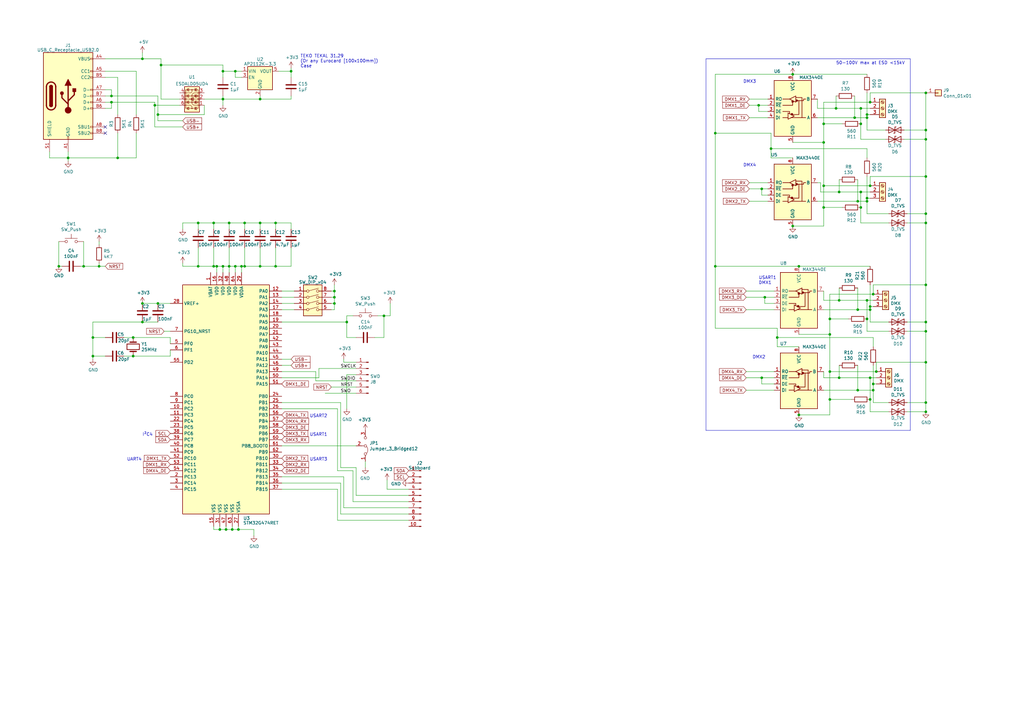
<source format=kicad_sch>
(kicad_sch (version 20230121) (generator eeschema)
  (paper "A3")
  (junction (at 356.87 41.91))
  (junction (at 353.06 85.09))
  (junction (at 340.36 137.16))
  (junction (at 355.6 46.99))
  (junction (at 353.06 44.45))
  (junction (at 38.1 138.43))
  (junction (at 95.25 217.17))
  (junction (at 157.48 129.54))
  (junction (at 337.82 50.8))
  (junction (at 358.14 160.02))
  (junction (at 64.77 46.99))
  (junction (at 358.14 157.48))
  (junction (at 91.44 29.21))
  (junction (at 356.87 154.94))
  (junction (at 355.6 82.55))
  (junction (at 379.73 72.39))
  (junction (at 93.98 109.22))
  (junction (at 351.79 160.02))
  (junction (at 96.52 109.22))
  (junction (at 379.73 91.44))
  (junction (at 64.77 124.46))
  (junction (at 353.06 50.8))
  (junction (at 355.6 123.19))
  (junction (at 313.69 121.92))
  (junction (at 351.79 127))
  (junction (at 325.12 92.71))
  (junction (at 137.16 119.38))
  (junction (at 106.68 109.22))
  (junction (at 379.73 38.1))
  (junction (at 351.79 82.55))
  (junction (at 119.38 29.21))
  (junction (at 34.29 109.22))
  (junction (at 38.1 146.05))
  (junction (at 344.17 78.74))
  (junction (at 113.03 91.44))
  (junction (at 293.37 109.22))
  (junction (at 340.36 152.4))
  (junction (at 113.03 109.22))
  (junction (at 337.82 85.09))
  (junction (at 63.5 43.18))
  (junction (at 379.73 148.59))
  (junction (at 93.98 91.44))
  (junction (at 87.63 91.44))
  (junction (at 337.82 76.2))
  (junction (at 379.73 57.15))
  (junction (at 355.6 48.26))
  (junction (at 106.68 40.64))
  (junction (at 379.73 165.1))
  (junction (at 137.16 124.46))
  (junction (at 92.71 217.17))
  (junction (at 48.26 64.77))
  (junction (at 312.42 154.94))
  (junction (at 340.36 130.81))
  (junction (at 81.28 109.22))
  (junction (at 311.15 43.18))
  (junction (at 97.79 217.17))
  (junction (at 359.41 152.4))
  (junction (at 24.13 109.22))
  (junction (at 58.42 132.08))
  (junction (at 142.24 132.08))
  (junction (at 379.73 87.63))
  (junction (at 379.73 168.91))
  (junction (at 99.06 109.22))
  (junction (at 316.23 60.96))
  (junction (at 350.52 48.26))
  (junction (at 91.44 109.22))
  (junction (at 81.28 91.44))
  (junction (at 293.37 54.61))
  (junction (at 312.42 77.47))
  (junction (at 91.44 40.64))
  (junction (at 379.73 116.84))
  (junction (at 54.61 146.05))
  (junction (at 356.87 76.2))
  (junction (at 66.04 26.67))
  (junction (at 356.87 163.83))
  (junction (at 327.66 170.18))
  (junction (at 100.33 109.22))
  (junction (at 45.72 39.37))
  (junction (at 88.9 109.22))
  (junction (at 340.36 163.83))
  (junction (at 344.17 154.94))
  (junction (at 54.61 138.43))
  (junction (at 344.17 123.19))
  (junction (at 337.82 58.42))
  (junction (at 342.9 44.45))
  (junction (at 318.77 138.43))
  (junction (at 90.17 217.17))
  (junction (at 327.66 109.22))
  (junction (at 100.33 91.44))
  (junction (at 40.64 109.22))
  (junction (at 356.87 127))
  (junction (at 58.42 24.13))
  (junction (at 355.6 81.28))
  (junction (at 137.16 121.92))
  (junction (at 355.6 130.81))
  (junction (at 379.73 132.08))
  (junction (at 106.68 91.44))
  (junction (at 58.42 124.46))
  (junction (at 27.94 64.77))
  (junction (at 358.14 120.65))
  (junction (at 379.73 53.34))
  (junction (at 325.12 30.48))
  (junction (at 45.72 41.91))
  (junction (at 87.63 109.22))
  (junction (at 379.73 135.89))
  (junction (at 353.06 78.74))
  (junction (at 96.52 29.21))
  (junction (at 356.87 125.73))
  (no_connect (at 43.18 54.61))
  (no_connect (at 43.18 52.07))
  (wire (pts (xy 307.34 74.93) (xy 314.96 74.93)))
  (wire (pts (xy 149.86 189.23) (xy 149.86 191.77)))
  (wire (pts (xy 153.67 138.43) (xy 157.48 138.43)))
  (wire (pts (xy 115.57 127) (xy 120.65 127)))
  (wire (pts (xy 355.6 87.63) (xy 355.6 82.55)))
  (wire (pts (xy 63.5 43.18) (xy 63.5 52.07)))
  (wire (pts (xy 358.14 120.65) (xy 358.14 116.84)))
  (wire (pts (xy 45.72 41.91) (xy 63.5 41.91)))
  (wire (pts (xy 115.57 200.66) (xy 138.43 200.66)))
  (wire (pts (xy 372.11 168.91) (xy 379.73 168.91)))
  (wire (pts (xy 356.87 44.45) (xy 353.06 44.45)))
  (wire (pts (xy 307.34 43.18) (xy 311.15 43.18)))
  (wire (pts (xy 355.6 48.26) (xy 355.6 46.99)))
  (wire (pts (xy 340.36 130.81) (xy 340.36 137.16)))
  (wire (pts (xy 43.18 138.43) (xy 38.1 138.43)))
  (wire (pts (xy 106.68 109.22) (xy 100.33 109.22)))
  (wire (pts (xy 93.98 109.22) (xy 96.52 109.22)))
  (wire (pts (xy 344.17 73.66) (xy 344.17 78.74)))
  (wire (pts (xy 96.52 109.22) (xy 96.52 111.76)))
  (wire (pts (xy 340.36 152.4) (xy 359.41 152.4)))
  (wire (pts (xy 370.84 53.34) (xy 379.73 53.34)))
  (wire (pts (xy 45.72 39.37) (xy 64.77 39.37)))
  (wire (pts (xy 337.82 76.2) (xy 337.82 58.42)))
  (wire (pts (xy 146.05 158.75) (xy 135.89 158.75)))
  (wire (pts (xy 38.1 138.43) (xy 38.1 146.05)))
  (wire (pts (xy 316.23 60.96) (xy 355.6 60.96)))
  (wire (pts (xy 119.38 91.44) (xy 119.38 93.98)))
  (wire (pts (xy 146.05 148.59) (xy 140.97 148.59)))
  (wire (pts (xy 54.61 146.05) (xy 50.8 146.05)))
  (wire (pts (xy 344.17 118.11) (xy 344.17 123.19)))
  (wire (pts (xy 353.06 50.8) (xy 353.06 44.45)))
  (wire (pts (xy 337.82 123.19) (xy 337.82 119.38)))
  (wire (pts (xy 355.6 38.1) (xy 355.6 46.99)))
  (wire (pts (xy 115.57 195.58) (xy 140.97 195.58)))
  (wire (pts (xy 144.78 205.74) (xy 167.64 205.74)))
  (wire (pts (xy 100.33 109.22) (xy 99.06 109.22)))
  (wire (pts (xy 81.28 101.6) (xy 81.28 109.22)))
  (wire (pts (xy 137.16 124.46) (xy 137.16 127)))
  (wire (pts (xy 372.11 87.63) (xy 379.73 87.63)))
  (wire (pts (xy 379.73 87.63) (xy 379.73 91.44)))
  (wire (pts (xy 83.82 40.64) (xy 91.44 40.64)))
  (wire (pts (xy 138.43 213.36) (xy 167.64 213.36)))
  (wire (pts (xy 100.33 101.6) (xy 100.33 109.22)))
  (wire (pts (xy 114.3 29.21) (xy 119.38 29.21)))
  (wire (pts (xy 356.87 72.39) (xy 356.87 76.2)))
  (wire (pts (xy 306.07 160.02) (xy 317.5 160.02)))
  (wire (pts (xy 353.06 78.74) (xy 344.17 78.74)))
  (wire (pts (xy 358.14 165.1) (xy 358.14 160.02)))
  (wire (pts (xy 311.15 45.72) (xy 311.15 43.18)))
  (wire (pts (xy 115.57 124.46) (xy 120.65 124.46)))
  (wire (pts (xy 137.16 116.84) (xy 137.16 119.38)))
  (wire (pts (xy 140.97 195.58) (xy 140.97 208.28)))
  (wire (pts (xy 138.43 167.64) (xy 138.43 193.04)))
  (wire (pts (xy 355.6 135.89) (xy 355.6 130.81)))
  (wire (pts (xy 355.6 60.96) (xy 355.6 64.77)))
  (wire (pts (xy 306.07 152.4) (xy 317.5 152.4)))
  (wire (pts (xy 313.69 124.46) (xy 313.69 121.92)))
  (wire (pts (xy 104.14 217.17) (xy 97.79 217.17)))
  (wire (pts (xy 69.85 143.51) (xy 69.85 146.05)))
  (wire (pts (xy 379.73 53.34) (xy 379.73 57.15)))
  (wire (pts (xy 64.77 46.99) (xy 64.77 49.53)))
  (wire (pts (xy 81.28 91.44) (xy 87.63 91.44)))
  (wire (pts (xy 355.6 123.19) (xy 344.17 123.19)))
  (wire (pts (xy 119.38 39.37) (xy 119.38 40.64)))
  (wire (pts (xy 81.28 91.44) (xy 81.28 93.98)))
  (wire (pts (xy 337.82 76.2) (xy 356.87 76.2)))
  (wire (pts (xy 318.77 138.43) (xy 318.77 134.62)))
  (wire (pts (xy 58.42 21.59) (xy 58.42 24.13)))
  (wire (pts (xy 27.94 62.23) (xy 27.94 64.77)))
  (wire (pts (xy 67.31 135.89) (xy 69.85 135.89)))
  (wire (pts (xy 355.6 53.34) (xy 355.6 48.26)))
  (wire (pts (xy 64.77 124.46) (xy 69.85 124.46)))
  (wire (pts (xy 146.05 161.29) (xy 133.35 161.29)))
  (wire (pts (xy 113.03 109.22) (xy 106.68 109.22)))
  (wire (pts (xy 140.97 208.28) (xy 167.64 208.28)))
  (wire (pts (xy 115.57 154.94) (xy 130.81 154.94)))
  (wire (pts (xy 356.87 38.1) (xy 379.73 38.1)))
  (wire (pts (xy 340.36 152.4) (xy 340.36 137.16)))
  (wire (pts (xy 130.81 154.94) (xy 130.81 151.13)))
  (wire (pts (xy 93.98 91.44) (xy 93.98 93.98)))
  (wire (pts (xy 27.94 64.77) (xy 20.32 64.77)))
  (wire (pts (xy 364.49 135.89) (xy 355.6 135.89)))
  (wire (pts (xy 142.24 132.08) (xy 142.24 129.54)))
  (wire (pts (xy 43.18 44.45) (xy 45.72 44.45)))
  (wire (pts (xy 91.44 29.21) (xy 96.52 29.21)))
  (wire (pts (xy 64.77 132.08) (xy 58.42 132.08)))
  (wire (pts (xy 307.34 48.26) (xy 314.96 48.26)))
  (wire (pts (xy 379.73 135.89) (xy 379.73 148.59)))
  (wire (pts (xy 351.79 160.02) (xy 358.14 160.02)))
  (wire (pts (xy 337.82 50.8) (xy 337.82 58.42)))
  (wire (pts (xy 99.06 109.22) (xy 99.06 111.76)))
  (wire (pts (xy 87.63 109.22) (xy 88.9 109.22)))
  (wire (pts (xy 115.57 165.1) (xy 139.7 165.1)))
  (wire (pts (xy 119.38 109.22) (xy 113.03 109.22)))
  (wire (pts (xy 379.73 57.15) (xy 379.73 72.39)))
  (wire (pts (xy 87.63 91.44) (xy 87.63 93.98)))
  (wire (pts (xy 363.22 53.34) (xy 355.6 53.34)))
  (wire (pts (xy 115.57 119.38) (xy 120.65 119.38)))
  (wire (pts (xy 314.96 80.01) (xy 312.42 80.01)))
  (wire (pts (xy 113.03 91.44) (xy 119.38 91.44)))
  (wire (pts (xy 337.82 41.91) (xy 337.82 50.8)))
  (wire (pts (xy 364.49 87.63) (xy 355.6 87.63)))
  (wire (pts (xy 344.17 123.19) (xy 337.82 123.19)))
  (wire (pts (xy 293.37 30.48) (xy 293.37 54.61)))
  (wire (pts (xy 337.82 160.02) (xy 351.79 160.02)))
  (wire (pts (xy 312.42 80.01) (xy 312.42 77.47)))
  (wire (pts (xy 34.29 109.22) (xy 33.02 109.22)))
  (wire (pts (xy 327.66 170.18) (xy 340.36 170.18)))
  (wire (pts (xy 318.77 134.62) (xy 293.37 134.62)))
  (wire (pts (xy 356.87 72.39) (xy 379.73 72.39)))
  (wire (pts (xy 344.17 78.74) (xy 336.55 78.74)))
  (wire (pts (xy 146.05 203.2) (xy 167.64 203.2)))
  (wire (pts (xy 115.57 198.12) (xy 139.7 198.12)))
  (wire (pts (xy 146.05 138.43) (xy 142.24 138.43)))
  (wire (pts (xy 91.44 26.67) (xy 91.44 29.21)))
  (wire (pts (xy 359.41 154.94) (xy 356.87 154.94)))
  (wire (pts (xy 307.34 40.64) (xy 314.96 40.64)))
  (polyline (pts (xy 289.56 24.13) (xy 373.38 24.13)))
  (wire (pts (xy 100.33 91.44) (xy 100.33 93.98)))
  (wire (pts (xy 325.12 64.77) (xy 316.23 64.77)))
  (wire (pts (xy 27.94 64.77) (xy 27.94 66.04)))
  (wire (pts (xy 38.1 132.08) (xy 38.1 138.43)))
  (wire (pts (xy 356.87 116.84) (xy 356.87 125.73)))
  (wire (pts (xy 293.37 54.61) (xy 293.37 109.22)))
  (wire (pts (xy 48.26 46.99) (xy 48.26 31.75)))
  (wire (pts (xy 146.05 191.77) (xy 146.05 203.2)))
  (wire (pts (xy 359.41 148.59) (xy 359.41 152.4)))
  (wire (pts (xy 293.37 109.22) (xy 293.37 134.62)))
  (wire (pts (xy 353.06 91.44) (xy 353.06 85.09)))
  (wire (pts (xy 335.28 44.45) (xy 335.28 40.64)))
  (wire (pts (xy 96.52 29.21) (xy 99.06 29.21)))
  (wire (pts (xy 316.23 64.77) (xy 316.23 60.96)))
  (wire (pts (xy 379.73 72.39) (xy 379.73 87.63)))
  (wire (pts (xy 87.63 91.44) (xy 93.98 91.44)))
  (wire (pts (xy 363.22 57.15) (xy 353.06 57.15)))
  (wire (pts (xy 91.44 43.18) (xy 91.44 40.64)))
  (wire (pts (xy 351.79 82.55) (xy 355.6 82.55)))
  (wire (pts (xy 379.73 148.59) (xy 379.73 165.1)))
  (wire (pts (xy 34.29 109.22) (xy 40.64 109.22)))
  (wire (pts (xy 87.63 101.6) (xy 87.63 109.22)))
  (wire (pts (xy 88.9 109.22) (xy 91.44 109.22)))
  (wire (pts (xy 325.12 58.42) (xy 337.82 58.42)))
  (wire (pts (xy 106.68 40.64) (xy 106.68 39.37)))
  (polyline (pts (xy 373.38 24.13) (xy 373.38 176.53)))
  (wire (pts (xy 313.69 121.92) (xy 317.5 121.92)))
  (wire (pts (xy 69.85 138.43) (xy 69.85 140.97)))
  (wire (pts (xy 66.04 26.67) (xy 91.44 26.67)))
  (wire (pts (xy 142.24 167.64) (xy 142.24 153.67)))
  (wire (pts (xy 40.64 100.33) (xy 40.64 99.06)))
  (wire (pts (xy 364.49 168.91) (xy 356.87 168.91)))
  (wire (pts (xy 99.06 31.75) (xy 96.52 31.75)))
  (wire (pts (xy 350.52 39.37) (xy 350.52 48.26)))
  (wire (pts (xy 355.6 81.28) (xy 356.87 81.28)))
  (wire (pts (xy 372.11 132.08) (xy 379.73 132.08)))
  (wire (pts (xy 96.52 109.22) (xy 99.06 109.22)))
  (wire (pts (xy 306.07 119.38) (xy 317.5 119.38)))
  (wire (pts (xy 48.26 64.77) (xy 27.94 64.77)))
  (wire (pts (xy 66.04 24.13) (xy 66.04 26.67)))
  (wire (pts (xy 45.72 36.83) (xy 45.72 39.37)))
  (wire (pts (xy 379.73 165.1) (xy 379.73 168.91)))
  (wire (pts (xy 66.04 26.67) (xy 66.04 40.64)))
  (wire (pts (xy 43.18 146.05) (xy 38.1 146.05)))
  (wire (pts (xy 92.71 217.17) (xy 92.71 215.9)))
  (wire (pts (xy 139.7 210.82) (xy 167.64 210.82)))
  (wire (pts (xy 43.18 24.13) (xy 58.42 24.13)))
  (wire (pts (xy 335.28 48.26) (xy 350.52 48.26)))
  (wire (pts (xy 115.57 152.4) (xy 129.54 152.4)))
  (wire (pts (xy 135.89 124.46) (xy 137.16 124.46)))
  (wire (pts (xy 364.49 165.1) (xy 358.14 165.1)))
  (wire (pts (xy 340.36 120.65) (xy 340.36 130.81)))
  (wire (pts (xy 137.16 119.38) (xy 137.16 121.92)))
  (wire (pts (xy 93.98 109.22) (xy 93.98 111.76)))
  (polyline (pts (xy 289.56 176.53) (xy 289.56 24.13)))
  (wire (pts (xy 104.14 219.71) (xy 104.14 217.17)))
  (wire (pts (xy 58.42 124.46) (xy 64.77 124.46)))
  (wire (pts (xy 351.79 73.66) (xy 351.79 82.55)))
  (wire (pts (xy 379.73 91.44) (xy 372.11 91.44)))
  (wire (pts (xy 74.93 107.95) (xy 74.93 109.22)))
  (wire (pts (xy 312.42 157.48) (xy 317.5 157.48)))
  (wire (pts (xy 140.97 148.59) (xy 140.97 147.32)))
  (wire (pts (xy 356.87 154.94) (xy 344.17 154.94)))
  (wire (pts (xy 138.43 193.04) (xy 144.78 193.04)))
  (wire (pts (xy 115.57 149.86) (xy 119.38 149.86)))
  (wire (pts (xy 356.87 132.08) (xy 356.87 127)))
  (wire (pts (xy 358.14 149.86) (xy 358.14 157.48)))
  (wire (pts (xy 142.24 129.54) (xy 144.78 129.54)))
  (wire (pts (xy 345.44 50.8) (xy 337.82 50.8)))
  (wire (pts (xy 38.1 146.05) (xy 38.1 147.32)))
  (wire (pts (xy 93.98 101.6) (xy 93.98 109.22)))
  (wire (pts (xy 119.38 29.21) (xy 119.38 27.94)))
  (wire (pts (xy 358.14 157.48) (xy 358.14 160.02)))
  (wire (pts (xy 91.44 40.64) (xy 106.68 40.64)))
  (wire (pts (xy 353.06 57.15) (xy 353.06 50.8)))
  (wire (pts (xy 144.78 193.04) (xy 144.78 205.74)))
  (wire (pts (xy 358.14 123.19) (xy 355.6 123.19)))
  (wire (pts (xy 43.18 29.21) (xy 55.88 29.21)))
  (wire (pts (xy 340.36 120.65) (xy 358.14 120.65)))
  (wire (pts (xy 358.14 138.43) (xy 358.14 142.24)))
  (wire (pts (xy 379.73 57.15) (xy 370.84 57.15)))
  (wire (pts (xy 364.49 91.44) (xy 353.06 91.44)))
  (wire (pts (xy 316.23 60.96) (xy 316.23 54.61)))
  (wire (pts (xy 119.38 29.21) (xy 119.38 31.75)))
  (wire (pts (xy 106.68 91.44) (xy 113.03 91.44)))
  (wire (pts (xy 347.98 130.81) (xy 340.36 130.81)))
  (wire (pts (xy 66.04 40.64) (xy 73.66 40.64)))
  (wire (pts (xy 344.17 154.94) (xy 337.82 154.94)))
  (wire (pts (xy 119.38 101.6) (xy 119.38 109.22)))
  (wire (pts (xy 337.82 85.09) (xy 337.82 92.71)))
  (wire (pts (xy 74.93 109.22) (xy 81.28 109.22)))
  (wire (pts (xy 50.8 138.43) (xy 54.61 138.43)))
  (wire (pts (xy 379.73 38.1) (xy 379.73 53.34)))
  (wire (pts (xy 139.7 198.12) (xy 139.7 210.82)))
  (wire (pts (xy 337.82 76.2) (xy 337.82 85.09)))
  (wire (pts (xy 88.9 109.22) (xy 88.9 111.76)))
  (wire (pts (xy 325.12 30.48) (xy 355.6 30.48)))
  (wire (pts (xy 356.87 125.73) (xy 356.87 127)))
  (wire (pts (xy 318.77 142.24) (xy 318.77 138.43)))
  (wire (pts (xy 69.85 146.05) (xy 54.61 146.05)))
  (wire (pts (xy 25.4 109.22) (xy 24.13 109.22)))
  (wire (pts (xy 74.93 91.44) (xy 81.28 91.44)))
  (wire (pts (xy 372.11 165.1) (xy 379.73 165.1)))
  (wire (pts (xy 351.79 127) (xy 356.87 127)))
  (wire (pts (xy 306.07 121.92) (xy 313.69 121.92)))
  (wire (pts (xy 325.12 92.71) (xy 337.82 92.71)))
  (wire (pts (xy 312.42 77.47) (xy 314.96 77.47)))
  (wire (pts (xy 307.34 77.47) (xy 312.42 77.47)))
  (wire (pts (xy 115.57 121.92) (xy 120.65 121.92)))
  (wire (pts (xy 355.6 46.99) (xy 356.87 46.99)))
  (wire (pts (xy 356.87 168.91) (xy 356.87 163.83)))
  (wire (pts (xy 139.7 191.77) (xy 146.05 191.77)))
  (wire (pts (xy 342.9 44.45) (xy 335.28 44.45)))
  (wire (pts (xy 372.11 135.89) (xy 379.73 135.89)))
  (wire (pts (xy 336.55 74.93) (xy 336.55 78.74)))
  (wire (pts (xy 40.64 109.22) (xy 43.18 109.22)))
  (wire (pts (xy 130.81 151.13) (xy 146.05 151.13)))
  (wire (pts (xy 115.57 167.64) (xy 138.43 167.64)))
  (wire (pts (xy 350.52 48.26) (xy 355.6 48.26)))
  (wire (pts (xy 58.42 132.08) (xy 38.1 132.08)))
  (wire (pts (xy 337.82 127) (xy 351.79 127)))
  (wire (pts (xy 43.18 39.37) (xy 45.72 39.37)))
  (wire (pts (xy 54.61 138.43) (xy 69.85 138.43)))
  (wire (pts (xy 364.49 132.08) (xy 356.87 132.08)))
  (wire (pts (xy 64.77 49.53) (xy 74.93 49.53)))
  (wire (pts (xy 91.44 39.37) (xy 91.44 40.64)))
  (wire (pts (xy 64.77 46.99) (xy 83.82 46.99)))
  (wire (pts (xy 379.73 132.08) (xy 379.73 135.89)))
  (wire (pts (xy 337.82 154.94) (xy 337.82 152.4)))
  (wire (pts (xy 157.48 138.43) (xy 157.48 129.54)))
  (wire (pts (xy 340.36 152.4) (xy 340.36 163.83)))
  (wire (pts (xy 113.03 91.44) (xy 113.03 93.98)))
  (wire (pts (xy 95.25 217.17) (xy 95.25 215.9)))
  (wire (pts (xy 316.23 54.61) (xy 293.37 54.61)))
  (wire (pts (xy 138.43 200.66) (xy 138.43 213.36)))
  (wire (pts (xy 129.54 152.4) (xy 129.54 156.21)))
  (wire (pts (xy 335.28 82.55) (xy 351.79 82.55)))
  (wire (pts (xy 327.66 142.24) (xy 318.77 142.24)))
  (wire (pts (xy 318.77 138.43) (xy 358.14 138.43)))
  (wire (pts (xy 142.24 153.67) (xy 146.05 153.67)))
  (wire (pts (xy 353.06 78.74) (xy 353.06 85.09)))
  (wire (pts (xy 91.44 109.22) (xy 93.98 109.22)))
  (wire (pts (xy 20.32 64.77) (xy 20.32 62.23)))
  (wire (pts (xy 353.06 44.45) (xy 342.9 44.45)))
  (wire (pts (xy 355.6 81.28) (xy 355.6 72.39)))
  (wire (pts (xy 351.79 149.86) (xy 351.79 160.02)))
  (wire (pts (xy 349.25 163.83) (xy 340.36 163.83)))
  (wire (pts (xy 356.87 41.91) (xy 356.87 38.1)))
  (wire (pts (xy 139.7 165.1) (xy 139.7 191.77)))
  (wire (pts (xy 379.73 91.44) (xy 379.73 116.84)))
  (wire (pts (xy 158.75 200.66) (xy 158.75 196.85)))
  (wire (pts (xy 34.29 99.06) (xy 34.29 109.22)))
  (wire (pts (xy 293.37 30.48) (xy 325.12 30.48)))
  (wire (pts (xy 137.16 121.92) (xy 137.16 124.46)))
  (wire (pts (xy 90.17 217.17) (xy 87.63 217.17)))
  (wire (pts (xy 106.68 91.44) (xy 106.68 93.98)))
  (wire (pts (xy 342.9 39.37) (xy 342.9 44.45)))
  (wire (pts (xy 97.79 217.17) (xy 95.25 217.17)))
  (wire (pts (xy 337.82 41.91) (xy 356.87 41.91)))
  (wire (pts (xy 351.79 118.11) (xy 351.79 127)))
  (wire (pts (xy 115.57 147.32) (xy 119.38 147.32)))
  (wire (pts (xy 167.64 200.66) (xy 158.75 200.66)))
  (wire (pts (xy 317.5 154.94) (xy 312.42 154.94)))
  (wire (pts (xy 43.18 41.91) (xy 45.72 41.91)))
  (wire (pts (xy 355.6 130.81) (xy 355.6 123.19)))
  (wire (pts (xy 307.34 82.55) (xy 314.96 82.55)))
  (wire (pts (xy 63.5 41.91) (xy 63.5 43.18)))
  (wire (pts (xy 335.28 74.93) (xy 336.55 74.93)))
  (wire (pts (xy 135.89 119.38) (xy 137.16 119.38)))
  (wire (pts (xy 160.02 124.46) (xy 160.02 129.54)))
  (wire (pts (xy 142.24 138.43) (xy 142.24 132.08)))
  (wire (pts (xy 160.02 129.54) (xy 157.48 129.54)))
  (wire (pts (xy 340.36 163.83) (xy 340.36 170.18)))
  (polyline (pts (xy 373.38 176.53) (xy 289.56 176.53)))
  (wire (pts (xy 106.68 101.6) (xy 106.68 109.22)))
  (wire (pts (xy 40.64 107.95) (xy 40.64 109.22)))
  (wire (pts (xy 45.72 44.45) (xy 45.72 41.91)))
  (wire (pts (xy 63.5 43.18) (xy 73.66 43.18)))
  (wire (pts (xy 96.52 31.75) (xy 96.52 29.21)))
  (wire (pts (xy 327.66 109.22) (xy 356.87 109.22)))
  (wire (pts (xy 83.82 43.18) (xy 83.82 46.99)))
  (wire (pts (xy 312.42 154.94) (xy 312.42 157.48)))
  (wire (pts (xy 356.87 78.74) (xy 353.06 78.74)))
  (wire (pts (xy 63.5 52.07) (xy 74.93 52.07)))
  (wire (pts (xy 135.89 121.92) (xy 137.16 121.92)))
  (wire (pts (xy 356.87 125.73) (xy 358.14 125.73)))
  (wire (pts (xy 327.66 109.22) (xy 293.37 109.22)))
  (wire (pts (xy 137.16 127) (xy 135.89 127)))
  (wire (pts (xy 91.44 109.22) (xy 91.44 111.76)))
  (wire (pts (xy 314.96 45.72) (xy 311.15 45.72)))
  (wire (pts (xy 306.07 154.94) (xy 312.42 154.94)))
  (wire (pts (xy 344.17 149.86) (xy 344.17 154.94)))
  (wire (pts (xy 345.44 85.09) (xy 337.82 85.09)))
  (wire (pts (xy 97.79 217.17) (xy 97.79 215.9)))
  (wire (pts (xy 100.33 91.44) (xy 106.68 91.44)))
  (wire (pts (xy 81.28 109.22) (xy 87.63 109.22)))
  (wire (pts (xy 115.57 132.08) (xy 142.24 132.08)))
  (wire (pts (xy 115.57 182.88) (xy 146.05 182.88)))
  (wire (pts (xy 87.63 217.17) (xy 87.63 215.9)))
  (wire (pts (xy 129.54 156.21) (xy 146.05 156.21)))
  (wire (pts (xy 92.71 217.17) (xy 90.17 217.17)))
  (wire (pts (xy 48.26 31.75) (xy 43.18 31.75)))
  (wire (pts (xy 379.73 116.84) (xy 379.73 132.08)))
  (wire (pts (xy 356.87 163.83) (xy 356.87 154.94)))
  (wire (pts (xy 90.17 217.17) (xy 90.17 215.9)))
  (wire (pts (xy 55.88 29.21) (xy 55.88 46.99)))
  (wire (pts (xy 306.07 127) (xy 317.5 127)))
  (wire (pts (xy 91.44 31.75) (xy 91.44 29.21)))
  (wire (pts (xy 58.42 24.13) (xy 66.04 24.13)))
  (wire (pts (xy 119.38 40.64) (xy 106.68 40.64)))
  (wire (pts (xy 95.25 217.17) (xy 92.71 217.17)))
  (wire (pts (xy 317.5 124.46) (xy 313.69 124.46)))
  (wire (pts (xy 311.15 43.18) (xy 314.96 43.18)))
  (wire (pts (xy 64.77 39.37) (xy 64.77 46.99)))
  (wire (pts (xy 358.14 157.48) (xy 359.41 157.48)))
  (wire (pts (xy 48.26 54.61) (xy 48.26 64.77)))
  (wire (pts (xy 74.93 93.98) (xy 74.93 91.44)))
  (wire (pts (xy 157.48 129.54) (xy 154.94 129.54)))
  (wire (pts (xy 355.6 82.55) (xy 355.6 81.28)))
  (wire (pts (xy 24.13 109.22) (xy 24.13 99.06)))
  (wire (pts (xy 55.88 54.61) (xy 55.88 64.77)))
  (wire (pts (xy 93.98 91.44) (xy 100.33 91.44)))
  (wire (pts (xy 358.14 116.84) (xy 379.73 116.84)))
  (wire (pts (xy 113.03 101.6) (xy 113.03 109.22)))
  (wire (pts (xy 359.41 148.59) (xy 379.73 148.59)))
  (wire (pts (xy 327.66 137.16) (xy 340.36 137.16)))
  (wire (pts (xy 43.18 36.83) (xy 45.72 36.83)))
  (wire (pts (xy 55.88 64.77) (xy 48.26 64.77)))
  (text "I²C4" (at 58.42 179.07 0) (effects (font (size 1.27 1.27)) (justify left bottom)))
  (text "USART1\nDMX1" (at 311.15 116.84 0) (effects (font (size 1.27 1.27)) (justify left bottom)))
  (text "50-100V max at ESD <15kV" (at 342.9 26.67 0) (effects (font (size 1.27 1.27)) (justify left bottom)))
  (text "TEKO TEKAL 31.29\n(Or any Eurocard [100x100mm])\nCase" (at 123.19 27.94 0) (effects (font (size 1.27 1.27)) (justify left bottom)))
  (text "USART3" (at 127 189.23 0) (effects (font (size 1.27 1.27)) (justify left bottom)))
  (text "UART4" (at 52.07 189.23 0) (effects (font (size 1.27 1.27)) (justify left bottom)))
  (text "DMX4" (at 304.8 68.58 0) (effects (font (size 1.27 1.27)) (justify left bottom)))
  (text "USART2" (at 127 171.45 0) (effects (font (size 1.27 1.27)) (justify left bottom)))
  (text "DMX2" (at 308.61 147.32 0) (effects (font (size 1.27 1.27)) (justify left bottom)))
  (text "DMX3" (at 304.8 34.29 0) (effects (font (size 1.27 1.27)) (justify left bottom)))
  (text "USART1" (at 127 179.07 0) (effects (font (size 1.27 1.27)) (justify left bottom)))
  (label "SWO" (at 139.7 161.29 0))
  (label "SWCLK" (at 139.7 151.13 0))
  (label "SWDIO" (at 139.7 156.21 0))
  (label "NRST" (at 139.7 158.75 0))
  (global_label "NRST" (shape input) (at 67.31 135.89 180) (property "Intersheetrefs" "${INTERSHEET_REFS}" (effects hide)))
  (global_label "DMX1_TX" (shape input) (at 69.85 187.96 180) (property "Intersheetrefs" "${INTERSHEET_REFS}" (effects hide)))
  (global_label "USB-" (shape input) (at 74.93 49.53 0) (property "Intersheetrefs" "${INTERSHEET_REFS}" (effects hide)))
  (global_label "DMX1_TX" (shape input) (at 307.34 48.26 180) (property "Intersheetrefs" "${INTERSHEET_REFS}" (effects hide)))
  (global_label "DMX2_RX" (shape input) (at 115.57 190.5 0) (property "Intersheetrefs" "${INTERSHEET_REFS}" (effects hide)))
  (global_label "USB+" (shape input) (at 74.93 52.07 0) (property "Intersheetrefs" "${INTERSHEET_REFS}" (effects hide)))
  (global_label "SCL" (shape input) (at 69.85 177.8 180) (property "Intersheetrefs" "${INTERSHEET_REFS}" (effects hide)))
  (global_label "DMX2_DE" (shape input) (at 307.34 77.47 180) (property "Intersheetrefs" "${INTERSHEET_REFS}" (effects hide)))
  (global_label "DMX4_RX" (shape input) (at 306.07 152.4 180) (property "Intersheetrefs" "${INTERSHEET_REFS}" (effects hide)))
  (global_label "DMX3_RX" (shape input) (at 115.57 180.34 0) (property "Intersheetrefs" "${INTERSHEET_REFS}" (effects hide)))
  (global_label "DMX1_RX" (shape input) (at 69.85 190.5 180) (property "Intersheetrefs" "${INTERSHEET_REFS}" (effects hide)))
  (global_label "DMX4_DE" (shape input) (at 306.07 154.94 180) (property "Intersheetrefs" "${INTERSHEET_REFS}" (effects hide)))
  (global_label "USB+" (shape input) (at 119.38 149.86 0) (property "Intersheetrefs" "${INTERSHEET_REFS}" (effects hide)))
  (global_label "DMX2_RX" (shape input) (at 307.34 74.93 180) (property "Intersheetrefs" "${INTERSHEET_REFS}" (effects hide)))
  (global_label "SCL" (shape input) (at 167.64 195.58 180) (property "Intersheetrefs" "${INTERSHEET_REFS}" (effects hide)))
  (global_label "DMX3_TX" (shape input) (at 306.07 127 180) (property "Intersheetrefs" "${INTERSHEET_REFS}" (effects hide)))
  (global_label "NRST" (shape input) (at 43.18 109.22 0) (property "Intersheetrefs" "${INTERSHEET_REFS}" (effects hide)))
  (global_label "USB-" (shape input) (at 119.38 147.32 0) (property "Intersheetrefs" "${INTERSHEET_REFS}" (effects hide)))
  (global_label "DMX1_RX" (shape input) (at 307.34 40.64 180) (property "Intersheetrefs" "${INTERSHEET_REFS}" (effects hide)))
  (global_label "DMX1_DE" (shape input) (at 307.34 43.18 180) (property "Intersheetrefs" "${INTERSHEET_REFS}" (effects hide)))
  (global_label "DMX2_DE" (shape input) (at 115.57 193.04 0) (property "Intersheetrefs" "${INTERSHEET_REFS}" (effects hide)))
  (global_label "DMX2_TX" (shape input) (at 115.57 187.96 0) (property "Intersheetrefs" "${INTERSHEET_REFS}" (effects hide)))
  (global_label "DMX2_TX" (shape input) (at 307.34 82.55 180) (property "Intersheetrefs" "${INTERSHEET_REFS}" (effects hide)))
  (global_label "DMX4_TX" (shape input) (at 115.57 170.18 0) (property "Intersheetrefs" "${INTERSHEET_REFS}" (effects hide)))
  (global_label "DMX4_DE" (shape input) (at 69.85 193.04 180) (property "Intersheetrefs" "${INTERSHEET_REFS}" (effects hide)))
  (global_label "SDA" (shape input) (at 167.64 193.04 180) (property "Intersheetrefs" "${INTERSHEET_REFS}" (effects hide)))
  (global_label "DMX1_DE" (shape input) (at 115.57 157.48 0) (property "Intersheetrefs" "${INTERSHEET_REFS}" (effects hide)))
  (global_label "DMX3_DE" (shape input) (at 115.57 175.26 0) (property "Intersheetrefs" "${INTERSHEET_REFS}" (effects hide)))
  (global_label "DMX3_RX" (shape input) (at 306.07 119.38 180) (property "Intersheetrefs" "${INTERSHEET_REFS}" (effects hide)))
  (global_label "DMX3_DE" (shape input) (at 306.07 121.92 180) (property "Intersheetrefs" "${INTERSHEET_REFS}" (effects hide)))
  (global_label "NRST" (shape input) (at 135.89 158.75 180) (property "Intersheetrefs" "${INTERSHEET_REFS}" (effects hide)))
  (global_label "DMX4_RX" (shape input) (at 115.57 172.72 0) (property "Intersheetrefs" "${INTERSHEET_REFS}" (effects hide)))
  (global_label "DMX3_TX" (shape input) (at 115.57 177.8 0) (property "Intersheetrefs" "${INTERSHEET_REFS}" (effects hide)))
  (global_label "SDA" (shape input) (at 69.85 180.34 180) (property "Intersheetrefs" "${INTERSHEET_REFS}" (effects hide)))
  (global_label "DMX4_TX" (shape input) (at 306.07 160.02 180) (property "Intersheetrefs" "${INTERSHEET_REFS}" (effects hide)))
  (symbol (lib_id "Interface_UART:MAX481E") (at 327.66 154.94 0) (unit 1)
    (property "Reference" "U7" (at 321.31 140.97 0))
    (property "Value" "MAX3440E" (at 334.01 142.24 0))
    (property "Footprint" "Package_SO:SOIC-8_3.9x4.9mm_P1.27mm" (effects hide))
    (property "Datasheet" "https://datasheets.maximintegrated.com/en/ds/MAX1487E-MAX491E.pdf" (effects hide))
  )
  (symbol (lib_id "Interface_UART:MAX481E") (at 327.66 121.92 0) (unit 1)
    (property "Reference" "U8" (at 321.31 107.95 0))
    (property "Value" "MAX3440E" (at 334.01 110.49 0))
    (property "Footprint" "Package_SO:SOIC-8_3.9x4.9mm_P1.27mm" (effects hide))
    (property "Datasheet" "https://datasheets.maximintegrated.com/en/ds/MAX1487E-MAX491E.pdf" (effects hide))
  )
  (symbol (lib_id "Interface_UART:MAX481E") (at 325.12 77.47 0) (unit 1)
    (property "Reference" "U5" (at 317.5 63.5 0))
    (property "Value" "MAX3440E" (at 331.47 64.77 0))
    (property "Footprint" "Package_SO:SOIC-8_3.9x4.9mm_P1.27mm" (effects hide))
    (property "Datasheet" "https://datasheets.maximintegrated.com/en/ds/MAX1487E-MAX491E.pdf" (effects hide))
  )
  (symbol (lib_id "Interface_UART:MAX481E") (at 325.12 43.18 0) (unit 1)
    (property "Reference" "U6" (at 318.77 29.21 0))
    (property "Value" "MAX3440E" (at 332.74 31.75 0))
    (property "Footprint" "Package_SO:SOIC-8_3.9x4.9mm_P1.27mm" (effects hide))
    (property "Datasheet" "https://datasheets.maximintegrated.com/en/ds/MAX1487E-MAX491E.pdf" (effects hide))
  )
  (symbol (lib_id "Connector:Screw_Terminal_01x03") (at 364.49 154.94 0) (unit 1)
    (property "Reference" "J6" (at 366.522 153.8732 0) (effects (justify left)))
    (property "Value" "DMX" (at 366.522 156.1846 0) (effects (justify left)))
    (property "Footprint" "TerminalBlock:TerminalBlock_Altech_AK300-3_P5.00mm" (effects hide))
  )
  (symbol (lib_id "Connector:Screw_Terminal_01x03") (at 363.22 123.19 0) (unit 1)
    (property "Reference" "J5" (at 365.252 122.1232 0) (effects (justify left)))
    (property "Value" "DMX" (at 365.252 124.4346 0) (effects (justify left)))
    (property "Footprint" "TerminalBlock:TerminalBlock_Altech_AK300-3_P5.00mm" (effects hide))
  )
  (symbol (lib_id "Connector:Screw_Terminal_01x03") (at 361.95 78.74 0) (unit 1)
    (property "Reference" "J4" (at 363.982 77.6732 0) (effects (justify left)))
    (property "Value" "DMX" (at 363.982 79.9846 0) (effects (justify left)))
    (property "Footprint" "TerminalBlock:TerminalBlock_Altech_AK300-3_P5.00mm" (effects hide))
  )
  (symbol (lib_id "Connector:Screw_Terminal_01x03") (at 361.95 44.45 0) (unit 1)
    (property "Reference" "J3" (at 363.982 43.3832 0) (effects (justify left)))
    (property "Value" "DMX" (at 363.982 45.6946 0) (effects (justify left)))
    (property "Footprint" "TerminalBlock:TerminalBlock_Altech_AK300-3_P5.00mm" (effects hide))
  )
  (symbol (lib_id "power:GND") (at 27.94 66.04 0) (unit 1)
    (property "Reference" "#PWR0109" (effects hide))
    (property "Value" "GND" (at 28.067 70.4342 0))
  )
  (symbol (lib_id "power:+5V") (at 58.42 21.59 0) (unit 1)
    (property "Reference" "#PWR0110" (effects hide))
    (property "Value" "+5V" (at 58.801 17.1958 0))
  )
  (symbol (lib_id "Device:C") (at 91.44 35.56 0) (unit 1)
    (property "Reference" "C1" (at 94.361 34.3916 0) (effects (justify left)))
    (property "Value" "1μF" (at 94.361 36.703 0) (effects (justify left)))
    (property "Footprint" "Capacitor_SMD:C_0603_1608Metric_Pad1.08x0.95mm_HandSolder" (effects hide))
  )
  (symbol (lib_id "power:GND") (at 91.44 43.18 0) (unit 1)
    (property "Reference" "#PWR0111" (effects hide))
    (property "Value" "GND" (at 91.567 47.5742 0))
  )
  (symbol (lib_id "power:+3.3V") (at 119.38 27.94 0) (unit 1)
    (property "Reference" "#PWR0112" (effects hide))
    (property "Value" "+3.3V" (at 119.761 23.5458 0))
  )
  (symbol (lib_id "Device:C") (at 81.28 97.79 0) (unit 1)
    (property "Reference" "C7" (at 81.28 95.25 0) (effects (justify left)))
    (property "Value" "100nF" (at 81.28 100.33 0) (effects (justify left)))
    (property "Footprint" "Capacitor_SMD:C_0603_1608Metric_Pad1.08x0.95mm_HandSolder" (effects hide))
  )
  (symbol (lib_id "Device:C") (at 87.63 97.79 0) (unit 1)
    (property "Reference" "C8" (at 87.63 95.25 0) (effects (justify left)))
    (property "Value" "100nF" (at 87.63 100.33 0) (effects (justify left)))
    (property "Footprint" "Capacitor_SMD:C_0603_1608Metric_Pad1.08x0.95mm_HandSolder" (effects hide))
  )
  (symbol (lib_id "Device:C") (at 93.98 97.79 0) (unit 1)
    (property "Reference" "C9" (at 93.98 95.25 0) (effects (justify left)))
    (property "Value" "100nF" (at 93.98 100.33 0) (effects (justify left)))
    (property "Footprint" "Capacitor_SMD:C_0603_1608Metric_Pad1.08x0.95mm_HandSolder" (effects hide))
  )
  (symbol (lib_id "Device:C") (at 100.33 97.79 0) (unit 1)
    (property "Reference" "C10" (at 100.33 95.25 0) (effects (justify left)))
    (property "Value" "100nF" (at 100.33 100.33 0) (effects (justify left)))
    (property "Footprint" "Capacitor_SMD:C_0603_1608Metric_Pad1.08x0.95mm_HandSolder" (effects hide))
  )
  (symbol (lib_id "Device:C") (at 106.68 97.79 0) (unit 1)
    (property "Reference" "C11" (at 106.68 95.25 0) (effects (justify left)))
    (property "Value" "10nF" (at 106.68 100.33 0) (effects (justify left)))
    (property "Footprint" "Capacitor_SMD:C_0603_1608Metric_Pad1.08x0.95mm_HandSolder" (effects hide))
  )
  (symbol (lib_id "Device:C") (at 113.03 97.79 0) (unit 1)
    (property "Reference" "C12" (at 113.03 95.25 0) (effects (justify left)))
    (property "Value" "4.7μF" (at 113.03 100.33 0) (effects (justify left)))
    (property "Footprint" "Capacitor_SMD:C_0603_1608Metric_Pad1.08x0.95mm_HandSolder" (effects hide))
  )
  (symbol (lib_id "Device:C") (at 119.38 97.79 0) (unit 1)
    (property "Reference" "C13" (at 119.38 95.25 0) (effects (justify left)))
    (property "Value" "1μF" (at 119.38 100.33 0) (effects (justify left)))
    (property "Footprint" "Capacitor_SMD:C_0603_1608Metric_Pad1.08x0.95mm_HandSolder" (effects hide))
  )
  (symbol (lib_id "power:+3.3V") (at 74.93 107.95 0) (unit 1)
    (property "Reference" "#PWR0113" (effects hide))
    (property "Value" "+3.3V" (at 75.311 103.5558 0))
  )
  (symbol (lib_id "Device:R") (at 40.64 104.14 0) (unit 1)
    (property "Reference" "R5" (at 42.418 102.9716 0) (effects (justify left)))
    (property "Value" "4K7" (at 42.418 105.283 0) (effects (justify left)))
    (property "Footprint" "Resistor_SMD:R_0603_1608Metric_Pad0.98x0.95mm_HandSolder" (effects hide))
  )
  (symbol (lib_id "power:GND") (at 24.13 109.22 0) (unit 1)
    (property "Reference" "#PWR0114" (effects hide))
    (property "Value" "GND" (at 24.13 113.03 0))
  )
  (symbol (lib_id "Switch:SW_Push") (at 29.21 99.06 0) (unit 1)
    (property "Reference" "SW1" (at 29.21 91.821 0))
    (property "Value" "SW_Push" (at 29.21 94.1324 0))
    (property "Footprint" "Button_Switch_THT:SW_PUSH_6mm" (effects hide))
  )
  (symbol (lib_id "Device:C") (at 29.21 109.22 270) (unit 1)
    (property "Reference" "C4" (at 29.21 102.8192 90))
    (property "Value" "100nF" (at 29.21 105.1306 90))
    (property "Footprint" "Capacitor_SMD:C_0603_1608Metric_Pad1.08x0.95mm_HandSolder" (effects hide))
  )
  (symbol (lib_id "power:GND") (at 74.93 93.98 0) (unit 1)
    (property "Reference" "#PWR0124" (effects hide))
    (property "Value" "GND" (at 75.057 98.3742 0))
  )
  (symbol (lib_id "Jumper:Jumper_3_Bridged12") (at 149.86 182.88 270) (mirror x) (unit 1)
    (property "Reference" "JP1" (at 151.5618 181.7116 90) (effects (justify left)))
    (property "Value" "Jumper_3_Bridged12" (at 151.5618 184.023 90) (effects (justify left)))
    (property "Footprint" "Connector_PinHeader_2.54mm:PinHeader_1x03_P2.54mm_Vertical" (effects hide))
  )
  (symbol (lib_id "power:+3.3V") (at 149.86 176.53 0) (mirror y) (unit 1)
    (property "Reference" "#PWR0115" (effects hide))
    (property "Value" "+3.3V" (at 149.479 172.1358 0))
  )
  (symbol (lib_id "power:GND") (at 149.86 191.77 0) (mirror y) (unit 1)
    (property "Reference" "#PWR0116" (effects hide))
    (property "Value" "GND" (at 149.733 196.1642 0))
  )
  (symbol (lib_id "Device:Crystal") (at 54.61 142.24 270) (unit 1)
    (property "Reference" "Y1" (at 57.9374 141.0716 90) (effects (justify left)))
    (property "Value" "25MHz" (at 57.9374 143.383 90) (effects (justify left)))
    (property "Footprint" "Crystal:Crystal_HC18-U_Vertical" (effects hide))
  )
  (symbol (lib_id "power:GND") (at 104.14 219.71 0) (unit 1)
    (property "Reference" "#PWR0117" (effects hide))
    (property "Value" "GND" (at 104.267 224.1042 0))
  )
  (symbol (lib_id "power:GND") (at 38.1 147.32 0) (unit 1)
    (property "Reference" "#PWR0125" (effects hide))
    (property "Value" "GND" (at 38.227 151.7142 0))
  )
  (symbol (lib_id "Device:C") (at 46.99 146.05 270) (unit 1)
    (property "Reference" "C6" (at 49.53 144.78 90))
    (property "Value" "20pF" (at 50.8 147.32 90))
    (property "Footprint" "Capacitor_SMD:C_0603_1608Metric_Pad1.08x0.95mm_HandSolder" (effects hide))
  )
  (symbol (lib_id "Device:C") (at 46.99 138.43 270) (unit 1)
    (property "Reference" "C5" (at 49.53 137.16 90))
    (property "Value" "20pF" (at 50.8 139.7 90))
    (property "Footprint" "Capacitor_SMD:C_0603_1608Metric_Pad1.08x0.95mm_HandSolder" (effects hide))
  )
  (symbol (lib_id "Connector:Conn_01x06_Male") (at 151.13 153.67 0) (mirror y) (unit 1) (in_bom no)
    (property "Reference" "J8" (at 151.8412 156.6672 0) (effects (justify right)))
    (property "Value" "SWD" (at 151.8412 154.3558 0) (effects (justify right)))
    (property "Footprint" "Connector_PinHeader_2.54mm:PinHeader_1x06_P2.54mm_Vertical" (effects hide))
  )
  (symbol (lib_id "power:+3.3V") (at 140.97 147.32 0) (unit 1)
    (property "Reference" "#PWR0107" (effects hide))
    (property "Value" "+3.3V" (at 141.351 142.9258 0))
  )
  (symbol (lib_id "power:GND") (at 142.24 167.64 0) (unit 1)
    (property "Reference" "#PWR0108" (effects hide))
    (property "Value" "GND" (at 142.367 172.0342 0))
  )
  (symbol (lib_id "Connector_Generic:Conn_01x01") (at 384.81 38.1 0) (unit 1)
    (property "Reference" "J9" (at 386.842 37.0332 0) (effects (justify left)))
    (property "Value" "Conn_01x01" (at 386.842 39.3446 0) (effects (justify left)))
    (property "Footprint" "MountingHole:MountingHole_4.3mm_M4_DIN965_Pad" (effects hide))
  )
  (symbol (lib_id "Device:R") (at 358.14 146.05 180) (unit 1)
    (property "Reference" "R22" (at 352.8822 146.05 90))
    (property "Value" "560" (at 355.1936 146.05 90))
    (property "Footprint" "Resistor_SMD:R_0603_1608Metric_Pad0.98x0.95mm_HandSolder" (effects hide))
  )
  (symbol (lib_id "Device:R") (at 353.06 163.83 270) (unit 1)
    (property "Reference" "R16" (at 353.06 169.0878 90))
    (property "Value" "560" (at 353.06 166.7764 90))
    (property "Footprint" "Resistor_SMD:R_0603_1608Metric_Pad0.98x0.95mm_HandSolder" (effects hide))
  )
  (symbol (lib_id "Device:R") (at 356.87 113.03 180) (unit 1)
    (property "Reference" "R21" (at 351.6122 113.03 90))
    (property "Value" "560" (at 353.9236 113.03 90))
    (property "Footprint" "Resistor_SMD:R_0603_1608Metric_Pad0.98x0.95mm_HandSolder" (effects hide))
  )
  (symbol (lib_id "Device:R") (at 351.79 130.81 270) (unit 1)
    (property "Reference" "R15" (at 351.79 136.0678 90))
    (property "Value" "560" (at 351.79 133.7564 90))
    (property "Footprint" "Resistor_SMD:R_0603_1608Metric_Pad0.98x0.95mm_HandSolder" (effects hide))
  )
  (symbol (lib_id "Device:R") (at 349.25 85.09 270) (unit 1)
    (property "Reference" "R12" (at 349.25 90.3478 90))
    (property "Value" "560" (at 349.25 88.0364 90))
    (property "Footprint" "Resistor_SMD:R_0603_1608Metric_Pad0.98x0.95mm_HandSolder" (effects hide))
  )
  (symbol (lib_id "Device:R") (at 355.6 68.58 0) (unit 1)
    (property "Reference" "R20" (at 360.8578 68.58 90))
    (property "Value" "560" (at 358.5464 68.58 90))
    (property "Footprint" "Resistor_SMD:R_0603_1608Metric_Pad0.98x0.95mm_HandSolder" (effects hide))
  )
  (symbol (lib_id "Device:R") (at 349.25 50.8 270) (unit 1)
    (property "Reference" "R11" (at 349.25 56.0578 90))
    (property "Value" "560" (at 349.25 53.7464 90))
    (property "Footprint" "Resistor_SMD:R_0603_1608Metric_Pad0.98x0.95mm_HandSolder" (effects hide))
  )
  (symbol (lib_id "Device:R") (at 355.6 34.29 0) (unit 1)
    (property "Reference" "R19" (at 360.8578 34.29 90))
    (property "Value" "560" (at 358.5464 34.29 90))
    (property "Footprint" "Resistor_SMD:R_0603_1608Metric_Pad0.98x0.95mm_HandSolder" (effects hide))
  )
  (symbol (lib_id "power:GND") (at 327.66 170.18 0) (unit 1)
    (property "Reference" "#PWR0102" (effects hide))
    (property "Value" "GND" (at 327.787 174.5742 0))
  )
  (symbol (lib_id "Device:D_TVS") (at 367.03 53.34 0) (unit 1)
    (property "Reference" "D5" (at 367.03 47.8536 0))
    (property "Value" "D_TVS" (at 367.03 50.165 0))
    (property "Footprint" "Diode_SMD:D_SMA_Handsoldering" (effects hide))
  )
  (symbol (lib_id "Device:D_TVS") (at 368.3 87.63 0) (unit 1)
    (property "Reference" "D7" (at 368.3 82.1436 0))
    (property "Value" "D_TVS" (at 368.3 84.455 0))
    (property "Footprint" "Diode_SMD:D_SMA_Handsoldering" (effects hide))
  )
  (symbol (lib_id "Device:D_TVS") (at 368.3 132.08 0) (unit 1)
    (property "Reference" "D9" (at 368.3 126.5936 0))
    (property "Value" "D_TVS" (at 368.3 128.905 0))
    (property "Footprint" "Diode_SMD:D_SMA_Handsoldering" (effects hide))
  )
  (symbol (lib_id "Device:D_TVS") (at 368.3 165.1 0) (unit 1)
    (property "Reference" "D11" (at 368.3 159.6136 0))
    (property "Value" "D_TVS" (at 368.3 161.925 0))
    (property "Footprint" "Diode_SMD:D_SMA_Handsoldering" (effects hide))
  )
  (symbol (lib_id "Device:D_TVS") (at 367.03 57.15 0) (unit 1)
    (property "Reference" "D6" (at 367.03 62.23 0))
    (property "Value" "D_TVS" (at 367.03 59.69 0))
    (property "Footprint" "Diode_SMD:D_SMA_Handsoldering" (effects hide))
  )
  (symbol (lib_id "Device:D_TVS") (at 368.3 91.44 0) (unit 1)
    (property "Reference" "D8" (at 368.3 96.52 0))
    (property "Value" "D_TVS" (at 368.3 93.98 0))
    (property "Footprint" "Diode_SMD:D_SMA_Handsoldering" (effects hide))
  )
  (symbol (lib_id "Device:D_TVS") (at 368.3 135.89 0) (unit 1)
    (property "Reference" "D10" (at 368.3 140.97 0))
    (property "Value" "D_TVS" (at 368.3 138.43 0))
    (property "Footprint" "Diode_SMD:D_SMA_Handsoldering" (effects hide))
  )
  (symbol (lib_id "Device:D_TVS") (at 368.3 168.91 0) (unit 1)
    (property "Reference" "D12" (at 368.3 173.99 0))
    (property "Value" "D_TVS" (at 368.3 171.45 0))
    (property "Footprint" "Diode_SMD:D_SMA_Handsoldering" (effects hide))
  )
  (symbol (lib_id "Device:R") (at 346.71 39.37 90) (unit 1)
    (property "Reference" "R7" (at 346.71 34.1122 90))
    (property "Value" "130" (at 346.71 36.4236 90))
    (property "Footprint" "Resistor_SMD:R_0603_1608Metric_Pad0.98x0.95mm_HandSolder" (effects hide))
  )
  (symbol (lib_id "Device:R") (at 347.98 73.66 90) (unit 1)
    (property "Reference" "R8" (at 347.98 68.4022 90))
    (property "Value" "130" (at 347.98 70.7136 90))
    (property "Footprint" "Resistor_SMD:R_0603_1608Metric_Pad0.98x0.95mm_HandSolder" (effects hide))
  )
  (symbol (lib_id "Device:R") (at 347.98 118.11 90) (unit 1)
    (property "Reference" "R9" (at 347.98 112.8522 90))
    (property "Value" "130" (at 347.98 115.1636 90))
    (property "Footprint" "Resistor_SMD:R_0603_1608Metric_Pad0.98x0.95mm_HandSolder" (effects hide))
  )
  (symbol (lib_id "Device:R") (at 347.98 149.86 90) (unit 1)
    (property "Reference" "R10" (at 347.98 144.6022 90))
    (property "Value" "130" (at 347.98 146.9136 90))
    (property "Footprint" "Resistor_SMD:R_0603_1608Metric_Pad0.98x0.95mm_HandSolder" (effects hide))
  )
  (symbol (lib_id "Switch:SW_DIP_x04") (at 128.27 124.46 0) (unit 1)
    (property "Reference" "SW2" (at 128.27 113.8301 0))
    (property "Value" "SW_DIP_x04" (at 128.27 115.7511 0))
    (property "Footprint" "Package_DIP:DIP-8_W7.62mm" (effects hide))
  )
  (symbol (lib_id "Device:R") (at 48.26 50.8 0) (unit 1)
    (property "Reference" "R3" (at 45.72 50.8 90))
    (property "Value" "5K1" (at 50.8 50.8 90))
    (property "Footprint" "Resistor_SMD:R_0603_1608Metric_Pad0.98x0.95mm_HandSolder" (effects hide))
  )
  (symbol (lib_id "power:GND") (at 379.73 168.91 0) (unit 1)
    (property "Reference" "#PWR0103" (effects hide))
    (property "Value" "GND" (at 379.857 173.3042 0))
  )
  (symbol (lib_name "GND_1") (lib_id "power:GND") (at 167.64 198.12 270) (unit 1)
    (property "Reference" "#PWR04" (effects hide))
    (property "Value" "GND" (at 164.4651 198.4368 90) (effects (justify right)))
  )
  (symbol (lib_id "Switch:SW_Push") (at 149.86 129.54 0) (mirror y) (unit 1)
    (property "Reference" "SW3" (at 149.86 122.301 0))
    (property "Value" "SW_Push" (at 149.86 124.6124 0))
    (property "Footprint" "Button_Switch_THT:SW_Tactile_SPST_Angled_PTS645Vx39-2LFS" (effects hide))
  )
  (symbol (lib_id "Power_Protection:NUP4202") (at 78.74 40.64 90) (unit 1)
    (property "Reference" "U1" (at 78.74 31.5935 90))
    (property "Value" "ESDALD05UD4" (at 78.74 34.3686 90))
    (property "Footprint" "Package_TO_SOT_SMD:SOT-23-6_Handsoldering" (effects hide))
    (property "Datasheet" "http://www.onsemi.com/pub_link/Collateral/NUP4202W1-D.PDF" (effects hide))
  )
  (symbol (lib_id "power:+3.3V") (at 158.75 196.85 0) (mirror y) (unit 1)
    (property "Reference" "#PWR05" (effects hide))
    (property "Value" "+3.3V" (at 158.369 192.4558 0))
  )
  (symbol (lib_id "power:+3.3V") (at 137.16 116.84 0) (unit 1)
    (property "Reference" "#PWR0104" (effects hide))
    (property "Value" "+3.3V" (at 137.541 112.4458 0))
  )
  (symbol (lib_id "CustomParts:STM32G441RB") (at 92.71 160.02 0) (unit 1)
    (property "Reference" "U3" (at 99.7459 212.5425 0) (effects (justify left)))
    (property "Value" "STM32G474RET" (at 99.7459 214.4635 0) (effects (justify left)))
    (property "Footprint" "Package_QFP:LQFP-64_10x10mm_P0.5mm" (effects hide))
    (property "Datasheet" "https://cdn-reichelt.de/documents/datenblatt/A300/STM32G441XB.pdf" (effects hide))
  )
  (symbol (lib_id "power:+3.3V") (at 160.02 124.46 0) (mirror y) (unit 1)
    (property "Reference" "#PWR03" (effects hide))
    (property "Value" "+3.3V" (at 159.639 120.0658 0))
  )
  (symbol (lib_id "power:+3.3V") (at 40.64 99.06 0) (unit 1)
    (property "Reference" "#PWR01" (effects hide))
    (property "Value" "+3.3V" (at 41.021 94.6658 0))
  )
  (symbol (lib_id "Connector:USB_C_Receptacle_USB2.0") (at 27.94 39.37 0) (unit 1)
    (property "Reference" "J1" (at 27.94 18.5801 0))
    (property "Value" "USB_C_Receptacle_USB2.0" (at 27.94 20.5011 0))
    (property "Footprint" "Connector_USB:USB_C_Receptacle_HRO_TYPE-C-31-M-12" (effects hide))
    (property "Datasheet" "https://www.usb.org/sites/default/files/documents/usb_type-c.zip" (effects hide))
  )
  (symbol (lib_id "Device:C") (at 64.77 128.27 0) (unit 1)
    (property "Reference" "C3" (at 64.77 125.73 0) (effects (justify left)))
    (property "Value" "100nF" (at 64.77 130.81 0) (effects (justify left)))
    (property "Footprint" "Capacitor_SMD:C_0603_1608Metric_Pad1.08x0.95mm_HandSolder" (effects hide))
  )
  (symbol (lib_id "power:+3.3V") (at 58.42 124.46 0) (unit 1)
    (property "Reference" "#PWR0106" (effects hide))
    (property "Value" "+3.3V" (at 58.801 120.0658 0))
  )
  (symbol (lib_id "Connector:Conn_01x10_Pin") (at 172.72 203.2 0) (mirror y) (unit 1)
    (property "Reference" "J2" (at 172.085 189.9539 0))
    (property "Value" "Subboard" (at 172.085 191.8749 0))
    (property "Footprint" "Connector_FFC-FPC:TE_1-84953-0_1x10-1MP_P1.0mm_Horizontal" (effects hide))
  )
  (symbol (lib_id "Device:C") (at 149.86 138.43 90) (mirror x) (unit 1)
    (property "Reference" "C14" (at 149.86 132.0292 90))
    (property "Value" "100nF" (at 149.86 134.3406 90))
    (property "Footprint" "Capacitor_SMD:C_0603_1608Metric_Pad1.08x0.95mm_HandSolder" (effects hide))
  )
  (symbol (lib_id "power:GND") (at 325.12 92.71 0) (unit 1)
    (property "Reference" "#PWR02" (effects hide))
    (property "Value" "GND" (at 325.247 97.1042 0))
  )
  (symbol (lib_id "power:+3.3V") (at 325.12 30.48 0) (unit 1)
    (property "Reference" "#PWR0105" (effects hide))
    (property "Value" "+3.3V" (at 325.501 26.0858 0))
  )
  (symbol (lib_id "Regulator_Linear:AP2112K-3.3") (at 106.68 31.75 0) (unit 1)
    (property "Reference" "U2" (at 106.68 24.2951 0))
    (property "Value" "AP2112K-3.3" (at 106.68 26.2161 0))
    (property "Footprint" "Package_TO_SOT_SMD:SOT-23-5_HandSoldering" (effects hide))
    (property "Datasheet" "https://www.diodes.com/assets/Datasheets/AP2112.pdf" (effects hide))
  )
  (symbol (lib_id "Device:C") (at 119.38 35.56 0) (unit 1)
    (property "Reference" "C15" (at 122.301 34.3916 0) (effects (justify left)))
    (property "Value" "1μF" (at 122.301 36.703 0) (effects (justify left)))
    (property "Footprint" "Capacitor_SMD:C_0603_1608Metric_Pad1.08x0.95mm_HandSolder" (effects hide))
  )
  (symbol (lib_id "Device:C") (at 58.42 128.27 0) (unit 1)
    (property "Reference" "C2" (at 58.42 125.73 0) (effects (justify left)))
    (property "Value" "1μF" (at 58.42 130.81 0) (effects (justify left)))
    (property "Footprint" "Capacitor_SMD:C_0603_1608Metric_Pad1.08x0.95mm_HandSolder" (effects hide))
  )
  (symbol (lib_id "Device:R") (at 55.88 50.8 0) (unit 1)
    (property "Reference" "R4" (at 53.34 50.8 90))
    (property "Value" "5K1" (at 58.42 50.8 90))
    (property "Footprint" "Resistor_SMD:R_0603_1608Metric_Pad0.98x0.95mm_HandSolder" (effects hide))
  )
)
</source>
